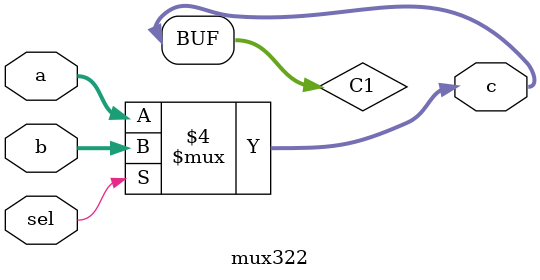
<source format=v>
`timescale 1ns / 1ps
module mux322(a,b,sel,c);
	input [31:0] a;
	input [31:0] b;
	input sel;
	output [31:0] c;
	reg [31:0] C1;
	assign c=C1;
	always@(*) begin
		if(sel==1) C1<=b;
		else C1<=a;
	end


endmodule

</source>
